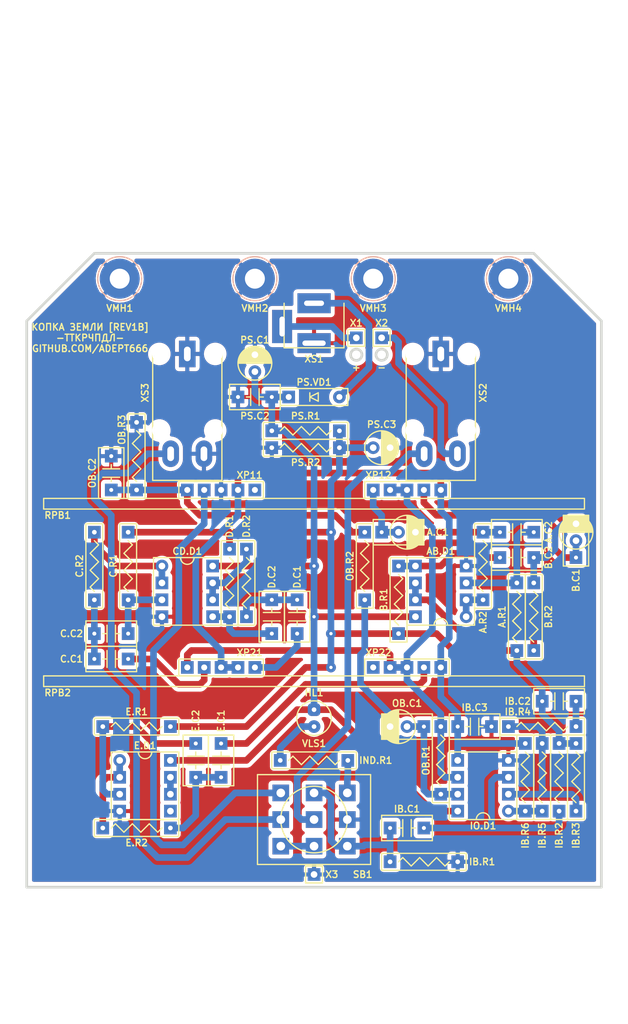
<source format=kicad_pcb>
(kicad_pcb (version 20171130) (host pcbnew 5.1.12-84ad8e8a86~92~ubuntu20.04.1)
  (title_block (title ТКП-1.24.B-2) (date 2023-07-08) (rev 1B) (company "Копка Земли [REV1B] Standard-Tuned") (comment 1 http://github.com/Adept666) (comment 2 "Igor Ivanov (Игорь Иванов)") (comment 3 -ТТКРЧПДЛ-) (comment 4 "This project is licensed under GNU General Public License v3.0 or later"))
  (layers (0 F.Cu jumper) (31 B.Cu signal) (37 F.SilkS user) (38 B.Mask user) (39 F.Mask user) (44 Edge.Cuts user))
  (net 0 "")
  (net 1 COM)
  (net 2 "Net-(HL1-PadC)")
  (net 3 /LED)
  (net 4 /PP3-POS)
  (net 5 /PP3-NEG)
  (net 6 VREF)
  (net 7 "Net-(A.C2-Pad2)")
  (net 8 "Net-(IB.C1-Pad2)")
  (net 9 "Net-(IB.C2-Pad2)")
  (net 10 /CUT-RAIL)
  (net 11 "Net-(IB.R3-Pad2)")
  (net 12 "Net-(IB.R5-Pad2)")
  (net 13 /BOOST-RAIL)
  (net 14 "Net-(IO.D1-Pad7)")
  (net 15 "Net-(OB.C2-Pad1)")
  (net 16 "Net-(C.C1-Pad1)")
  (net 17 "Net-(C.C1-Pad2)")
  (net 18 "Net-(C.C2-Pad2)")
  (net 19 "Net-(D.C1-Pad1)")
  (net 20 "Net-(D.C1-Pad2)")
  (net 21 "Net-(E.C1-Pad1)")
  (net 22 "Net-(E.C1-Pad2)")
  (net 23 "Net-(E.C2-Pad2)")
  (net 24 "Net-(E.D1-Pad6)")
  (net 25 "Net-(A.R2-Pad2)")
  (net 26 "Net-(AB.D1-Pad5)")
  (net 27 "Net-(AB.D1-Pad6)")
  (net 28 "Net-(C.R2-Pad2)")
  (net 29 "Net-(CD.D1-Pad5)")
  (net 30 "Net-(CD.D1-Pad6)")
  (net 31 "Net-(E.D1-Pad1)")
  (net 32 "Net-(E.D1-Pad5)")
  (net 33 V)
  (net 34 "Net-(PS.VD1-PadA)")
  (net 35 /IN-CIR)
  (net 36 /IN-CON)
  (net 37 "Net-(SB1-PadNC1)")
  (net 38 /OUT-CIR)
  (net 39 /OUT-CON)
  (net 40 "Net-(A.C1-Pad+)")
  (net 41 "Net-(A.C1-Pad-)")
  (net 42 "Net-(B.C1-Pad+)")
  (net 43 "Net-(B.C1-Pad-)")
  (net 44 "Net-(OB.C1-Pad-)")
  (module KCL-TH-ML:CON-PAD-S-1.0-1.9 (layer F.Cu) (at 105.41 186.055)
    (fp_text reference X3 (at 1.5875 0) (layer F.SilkS) (effects (font (thickness 0.2)) (justify left)))
    (fp_text value COM)
    (pad 1 thru_hole rect (at 0 0) (size 1.9 1.9) (drill 1) (layers *.Cu *.Mask) (net 1 COM))
  )
  (module KCL-TH-ML:CON-PAD-S-1.0-1.9 (layer F.Cu) (at 115.57 105.41)
    (fp_text reference X2 (at 0 -2.2225) (layer F.SilkS) (effects (font (thickness 0.2))))
    (fp_text value -)
    (pad 1 thru_hole rect (at 0 0) (size 1.9 1.9) (drill 1) (layers *.Cu *.Mask) (net 5 /PP3-NEG))
  )
  (module KCL-TH-ML:CON-PAD-S-1.0-1.9 (layer F.Cu) (at 111.76 105.41)
    (fp_text reference X1 (at 0 -2.2225) (layer F.SilkS) (effects (font (thickness 0.2))))
    (fp_text value +)
    (pad 1 thru_hole rect (at 0 0) (size 1.9 1.9) (drill 1) (layers *.Cu *.Mask) (net 4 /PP3-POS))
  )
  (module KCL-TH-ML:VMH-STA-DA5-PNL-3.0 (layer F.Cu) (at 134.62 96.52)
    (fp_text reference VMH4 (at 0 4.445) (layer F.SilkS) (effects (font (thickness 0.2))))
    (fp_text value DI5M3x18)
    (pad 0 thru_hole circle (at 0 0) (size 6 6) (drill 3) (layers *.Cu *.Mask) (net 1 COM))
  )
  (module KCL-TH-ML:VMH-STA-DA5-PNL-3.0 (layer F.Cu) (at 114.3 96.52)
    (fp_text reference VMH3 (at 0 4.445) (layer F.SilkS) (effects (font (thickness 0.2))))
    (fp_text value DI5M3x18)
    (pad 0 thru_hole circle (at 0 0) (size 6 6) (drill 3) (layers *.Cu *.Mask) (net 1 COM))
  )
  (module KCL-TH-ML:VMH-STA-DA5-PNL-3.0 (layer F.Cu) (at 96.52 96.52)
    (fp_text reference VMH2 (at 0 4.445) (layer F.SilkS) (effects (font (thickness 0.2))))
    (fp_text value DI5M3x18)
    (pad 0 thru_hole circle (at 0 0) (size 6 6) (drill 3) (layers *.Cu *.Mask) (net 1 COM))
  )
  (module KCL-TH-ML:VMH-STA-DA5-PNL-3.0 (layer F.Cu) (at 76.2 96.52)
    (fp_text reference VMH1 (at 0 4.445) (layer F.SilkS) (effects (font (thickness 0.2))))
    (fp_text value DI5M3x18)
    (pad 0 thru_hole circle (at 0 0) (size 6 6) (drill 3) (layers *.Cu *.Mask) (net 1 COM))
  )
  (module KCL-VIRTUAL:VLS-BR (layer F.Cu) (at 105.41 162.56)
    (fp_text reference VLS1 (at 0 3.81) (layer F.SilkS) (effects (font (thickness 0.2))))
    (fp_text value BR-12.7)
  )
  (module KCL-TH-ML:LED-ROUND-05.0-UNI-SH-SPACER-PNL-5.3 (layer F.Cu) (at 105.41 162.56 90)
    (fp_text reference HL1 (at 3.81 0 180) (layer F.SilkS) (effects (font (thickness 0.2))))
    (fp_text value FYL-5013UWC)
    (pad C thru_hole circle (at -1.27 0 90) (size 1.9 1.9) (drill 0.7) (layers *.Cu *.Mask) (net 2 "Net-(HL1-PadC)"))
    (pad A thru_hole roundrect (at 1.27 0 90) (size 1.9 1.9) (drill 0.7) (layers *.Cu *.Mask) (roundrect_rratio 0.3) (net 33 V))
  )
  (module KCL-VIRTUAL:B-PP3-HV (layer F.Cu) (at 105.41 196.85)
    (fp_text reference GB1 hide)
    (fp_text value PP3 hide)
  )
  (module SBKCL-TH-ML:RPB-1590BB-18-3x17-1.6-PNL-7.4-2.8 (layer F.Cu) (at 105.41 143.71)
    (fp_text reference RPB2 (at -40.64 15.04) (layer F.SilkS) (effects (font (thickness 0.2)) (justify left)))
    (fp_text value B50K-B50K-B50K)
    (fp_text user XP21 (at -7.62 9.0075) (layer F.SilkS) (effects (font (thickness 0.2)) (justify right)))
    (fp_text user XP22 (at 7.62 9.0075) (layer F.SilkS) (effects (font (thickness 0.2)) (justify left)))
    (pad 22 thru_hole rect (at 8.89 11.23) (size 1.9 1.9) (drill 0.9) (layers *.Cu *.Mask) (net 19 "Net-(D.C1-Pad1)"))
    (pad 23 thru_hole rect (at 11.43 11.23) (size 1.9 1.9) (drill 0.9) (layers *.Cu *.Mask) (net 13 /BOOST-RAIL))
    (pad 33 thru_hole rect (at 13.97 11.23) (size 1.9 1.9) (drill 0.9) (layers *.Cu *.Mask) (net 13 /BOOST-RAIL))
    (pad 32 thru_hole rect (at 16.51 11.23) (size 1.9 1.9) (drill 0.9) (layers *.Cu *.Mask) (net 21 "Net-(E.C1-Pad1)"))
    (pad 31 thru_hole rect (at 19.05 11.23) (size 1.9 1.9) (drill 0.9) (layers *.Cu *.Mask) (net 10 /CUT-RAIL))
    (pad 22 thru_hole rect (at -8.89 11.23) (size 1.9 1.9) (drill 0.9) (layers *.Cu *.Mask) (net 19 "Net-(D.C1-Pad1)"))
    (pad 12 thru_hole rect (at -16.51 11.23) (size 1.9 1.9) (drill 0.9) (layers *.Cu *.Mask) (net 16 "Net-(C.C1-Pad1)"))
    (pad 11 thru_hole rect (at -13.97 11.23) (size 1.9 1.9) (drill 0.9) (layers *.Cu *.Mask) (net 10 /CUT-RAIL))
    (pad 13 thru_hole rect (at -19.05 11.23) (size 1.9 1.9) (drill 0.9) (layers *.Cu *.Mask) (net 13 /BOOST-RAIL))
    (pad 21 thru_hole rect (at -11.43 11.23) (size 1.9 1.9) (drill 0.9) (layers *.Cu *.Mask) (net 10 /CUT-RAIL))
  )
  (module SBKCL-TH-ML:RPB-1590BB-18-3x17-1.6-PNL-7.4-2.8 (layer F.Cu) (at 105.41 117.04)
    (fp_text reference RPB1 (at -40.64 15.04) (layer F.SilkS) (effects (font (thickness 0.2)) (justify left)))
    (fp_text value B50K-B50K-B50K)
    (fp_text user XP11 (at -7.62 9.0075) (layer F.SilkS) (effects (font (thickness 0.2)) (justify right)))
    (fp_text user XP12 (at 7.62 9.0075) (layer F.SilkS) (effects (font (thickness 0.2)) (justify left)))
    (pad 22 thru_hole rect (at 8.89 11.23) (size 1.9 1.9) (drill 0.9) (layers *.Cu *.Mask) (net 40 "Net-(A.C1-Pad+)"))
    (pad 23 thru_hole rect (at 11.43 11.23) (size 1.9 1.9) (drill 0.9) (layers *.Cu *.Mask) (net 13 /BOOST-RAIL))
    (pad 33 thru_hole rect (at 13.97 11.23) (size 1.9 1.9) (drill 0.9) (layers *.Cu *.Mask) (net 13 /BOOST-RAIL))
    (pad 32 thru_hole rect (at 16.51 11.23) (size 1.9 1.9) (drill 0.9) (layers *.Cu *.Mask) (net 42 "Net-(B.C1-Pad+)"))
    (pad 31 thru_hole rect (at 19.05 11.23) (size 1.9 1.9) (drill 0.9) (layers *.Cu *.Mask) (net 10 /CUT-RAIL))
    (pad 22 thru_hole rect (at -8.89 11.23) (size 1.9 1.9) (drill 0.9) (layers *.Cu *.Mask) (net 40 "Net-(A.C1-Pad+)"))
    (pad 12 thru_hole rect (at -16.51 11.23) (size 1.9 1.9) (drill 0.9) (layers *.Cu *.Mask) (net 38 /OUT-CIR))
    (pad 11 thru_hole rect (at -13.97 11.23) (size 1.9 1.9) (drill 0.9) (layers *.Cu *.Mask) (net 1 COM))
    (pad 13 thru_hole rect (at -19.05 11.23) (size 1.9 1.9) (drill 0.9) (layers *.Cu *.Mask) (net 15 "Net-(OB.C2-Pad1)"))
    (pad 21 thru_hole rect (at -11.43 11.23) (size 1.9 1.9) (drill 0.9) (layers *.Cu *.Mask) (net 10 /CUT-RAIL))
  )
  (module SBKCL-TH-ML:CON-ST-008X-04 (layer F.Cu) (at 124.46 100.33 180)
    (fp_text reference XS2 (at -6.35 -13.335 270) (layer F.SilkS) (effects (font (thickness 0.2))))
    (fp_text value PJ-309)
    (pad "" np_thru_hole circle (at 4.2 -7.5 180) (size 2.2 2.2) (drill 2.2) (layers *.Cu *.Mask))
    (pad "" np_thru_hole circle (at -4.2 -7.5 180) (size 2.2 2.2) (drill 2.2) (layers *.Cu *.Mask))
    (pad "" np_thru_hole circle (at 4.2 -19 180) (size 2.2 2.2) (drill 2.2) (layers *.Cu *.Mask))
    (pad R thru_hole oval (at -2.5 -22.5 180) (size 2.5 4) (drill oval 1 2.2) (layers *.Cu *.Mask) (net 5 /PP3-NEG))
    (pad T thru_hole oval (at 2.5 -22.5 180) (size 2.5 4) (drill oval 1 2.2) (layers *.Cu *.Mask) (net 36 /IN-CON))
    (pad S thru_hole rect (at 0 -7.5 180) (size 2.5 4) (drill oval 1 2.2) (layers *.Cu *.Mask) (net 1 COM))
    (pad "" np_thru_hole circle (at -4.2 -19 180) (size 2.2 2.2) (drill 2.2) (layers *.Cu *.Mask))
  )
  (module SBKCL-TH-ML:CON-ST-008X-04 (layer F.Cu) (at 86.36 100.33 180)
    (fp_text reference XS3 (at 6.35 -13.335 270) (layer F.SilkS) (effects (font (thickness 0.2))))
    (fp_text value PJ-309)
    (pad "" np_thru_hole circle (at 4.2 -7.5 180) (size 2.2 2.2) (drill 2.2) (layers *.Cu *.Mask))
    (pad "" np_thru_hole circle (at -4.2 -7.5 180) (size 2.2 2.2) (drill 2.2) (layers *.Cu *.Mask))
    (pad "" np_thru_hole circle (at 4.2 -19 180) (size 2.2 2.2) (drill 2.2) (layers *.Cu *.Mask))
    (pad R thru_hole oval (at -2.5 -22.5 180) (size 2.5 4) (drill oval 1 2.2) (layers *.Cu *.Mask) (net 1 COM))
    (pad T thru_hole oval (at 2.5 -22.5 180) (size 2.5 4) (drill oval 1 2.2) (layers *.Cu *.Mask) (net 39 /OUT-CON))
    (pad S thru_hole rect (at 0 -7.5 180) (size 2.5 4) (drill oval 1 2.2) (layers *.Cu *.Mask) (net 1 COM))
    (pad "" np_thru_hole circle (at -4.2 -19 180) (size 2.2 2.2) (drill 2.2) (layers *.Cu *.Mask))
  )
  (module KCL-TH-ML:SW-PBS-24-302SP-2.5-PNL-13.0 (layer F.Cu) (at 105.41 177.8)
    (fp_text reference SB1 (at 8.89 8.255) (layer F.SilkS) (effects (font (thickness 0.2)) (justify right)))
    (fp_text value PBS-24-302SP)
    (pad COM3 thru_hole rect (at 5 0) (size 2.5 2.5) (drill 1.3) (layers *.Cu *.Mask) (net 1 COM))
    (pad NC3 thru_hole rect (at 5 4) (size 2.5 2.5) (drill 1.3) (layers *.Cu *.Mask) (net 35 /IN-CIR))
    (pad NO3 thru_hole rect (at 5 -4) (size 2.5 2.5) (drill 1.3) (layers *.Cu *.Mask) (net 3 /LED))
    (pad COM2 thru_hole rect (at 0 0) (size 2.5 2.5) (drill 1.3) (layers *.Cu *.Mask) (net 36 /IN-CON))
    (pad NC2 thru_hole rect (at 0 4) (size 2.5 2.5) (drill 1.3) (layers *.Cu *.Mask) (net 37 "Net-(SB1-PadNC1)"))
    (pad NO2 thru_hole rect (at 0 -4) (size 2.5 2.5) (drill 1.3) (layers *.Cu *.Mask) (net 35 /IN-CIR))
    (pad NO1 thru_hole rect (at -5 -4) (size 2.5 2.5) (drill 1.3) (layers *.Cu *.Mask) (net 38 /OUT-CIR))
    (pad COM1 thru_hole rect (at -5 0) (size 2.5 2.5) (drill 1.3) (layers *.Cu *.Mask) (net 39 /OUT-CON))
    (pad NC1 thru_hole rect (at -5 4) (size 2.5 2.5) (drill 1.3) (layers *.Cu *.Mask) (net 37 "Net-(SB1-PadNC1)"))
  )
  (module SBKCL-TH-ML:C-DISK-D04.2-T03.0-P05.08-d0.5-OR-CP-RADIAL-D05.0-P02.0-CLS (layer F.Cu) (at 119.38 163.83 180)
    (fp_text reference OB.C1 (at 0 3.4925) (layer F.SilkS) (effects (font (thickness 0.2))))
    (fp_text value 105)
    (pad - thru_hole rect (at 2.54 0 180) (size 1.9 1.9) (drill 1) (layers *.Cu *.Mask) (net 44 "Net-(OB.C1-Pad-)"))
    (pad + thru_hole circle (at 0 0 180) (size 1.9 1.9) (drill 1) (layers *.Cu *.Mask) (net 14 "Net-(IO.D1-Pad7)"))
    (pad + thru_hole rect (at -2.54 0 180) (size 1.9 1.9) (drill 0.6) (layers *.Cu *.Mask) (net 14 "Net-(IO.D1-Pad7)"))
  )
  (module SBKCL-TH-ML:C-DISK-D04.2-T03.0-P05.08-d0.5-OR-CP-RADIAL-D05.0-P02.0-CLS (layer F.Cu) (at 144.78 135.89 90)
    (fp_text reference B.C1 (at -4.1275 0 90) (layer F.SilkS) (effects (font (thickness 0.2)) (justify right)))
    (fp_text value 105)
    (pad - thru_hole rect (at 2.54 0 90) (size 1.9 1.9) (drill 1) (layers *.Cu *.Mask) (net 43 "Net-(B.C1-Pad-)"))
    (pad + thru_hole circle (at 0 0 90) (size 1.9 1.9) (drill 1) (layers *.Cu *.Mask) (net 42 "Net-(B.C1-Pad+)"))
    (pad + thru_hole rect (at -2.54 0 90) (size 1.9 1.9) (drill 0.6) (layers *.Cu *.Mask) (net 42 "Net-(B.C1-Pad+)"))
  )
  (module SBKCL-TH-ML:C-DISK-D04.2-T03.0-P05.08-d0.5-OR-CP-RADIAL-D05.0-P02.0-CLS (layer F.Cu) (at 118.11 134.62)
    (fp_text reference A.C1 (at 4.1275 0) (layer F.SilkS) (effects (font (thickness 0.2)) (justify left)))
    (fp_text value 105)
    (pad + thru_hole rect (at -2.54 0) (size 1.9 1.9) (drill 0.6) (layers *.Cu *.Mask) (net 40 "Net-(A.C1-Pad+)"))
    (pad + thru_hole circle (at 0 0) (size 1.9 1.9) (drill 1) (layers *.Cu *.Mask) (net 40 "Net-(A.C1-Pad+)"))
    (pad - thru_hole rect (at 2.54 0) (size 1.9 1.9) (drill 1) (layers *.Cu *.Mask) (net 41 "Net-(A.C1-Pad-)"))
  )
  (module KCL-TH-ML:CP-RADIAL-D05.0-P02.0-CLS (layer F.Cu) (at 115.57 121.92)
    (fp_text reference PS.C3 (at 0 -3.4925) (layer F.SilkS) (effects (font (thickness 0.2))))
    (fp_text value 476)
    (pad - thru_hole roundrect (at 1.27 0) (size 1.9 1.9) (drill 1) (layers *.Cu *.Mask) (roundrect_rratio 0.3) (net 1 COM))
    (pad + thru_hole circle (at -1.27 0) (size 1.9 1.9) (drill 1) (layers *.Cu *.Mask) (net 6 VREF))
  )
  (module KCL-TH-ML:CP-RADIAL-D05.0-P02.0-CLS (layer F.Cu) (at 96.52 109.22 90)
    (fp_text reference PS.C1 (at 3.4925 0 180) (layer F.SilkS) (effects (font (thickness 0.2))))
    (fp_text value 107)
    (pad + thru_hole circle (at -1.27 0 90) (size 1.9 1.9) (drill 1) (layers *.Cu *.Mask) (net 33 V))
    (pad - thru_hole roundrect (at 1.27 0 90) (size 1.9 1.9) (drill 1) (layers *.Cu *.Mask) (roundrect_rratio 0.3) (net 1 COM))
  )
  (module KCL-TH-ML:C-DISK-D04.2-T03.0-P05.08-d0.5 (layer F.Cu) (at 96.52 114.3 180)
    (fp_text reference PS.C2 (at 0 -2.8575) (layer F.SilkS) (effects (font (thickness 0.2))))
    (fp_text value 104)
    (pad 1 thru_hole rect (at -2.54 0 180) (size 1.9 1.9) (drill 0.6) (layers *.Cu *.Mask) (net 33 V))
    (pad 2 thru_hole rect (at 2.54 0 180) (size 1.9 1.9) (drill 0.6) (layers *.Cu *.Mask) (net 1 COM))
  )
  (module KCL-TH-ML:C-DISK-D04.2-T03.0-P05.08-d0.5 (layer F.Cu) (at 74.93 125.73 90)
    (fp_text reference OB.C2 (at 0 -2.8575 90) (layer F.SilkS) (effects (font (thickness 0.2))))
    (fp_text value 103)
    (pad 1 thru_hole rect (at -2.54 0 90) (size 1.9 1.9) (drill 0.6) (layers *.Cu *.Mask) (net 15 "Net-(OB.C2-Pad1)"))
    (pad 2 thru_hole rect (at 2.54 0 90) (size 1.9 1.9) (drill 0.6) (layers *.Cu *.Mask) (net 1 COM))
  )
  (module KCL-TH-ML:C-DISK-D04.2-T03.0-P05.08-d0.5 (layer F.Cu) (at 129.54 163.83)
    (fp_text reference IB.C3 (at 0 -2.8575) (layer F.SilkS) (effects (font (thickness 0.2))))
    (fp_text value 151)
    (pad 1 thru_hole rect (at -2.54 0) (size 1.9 1.9) (drill 0.6) (layers *.Cu *.Mask) (net 10 /CUT-RAIL))
    (pad 2 thru_hole rect (at 2.54 0) (size 1.9 1.9) (drill 0.6) (layers *.Cu *.Mask) (net 1 COM))
  )
  (module KCL-TH-ML:C-DISK-D04.2-T03.0-P05.08-d0.5 (layer F.Cu) (at 142.24 160.02)
    (fp_text reference IB.C2 (at -4.1275 0) (layer F.SilkS) (effects (font (thickness 0.2)) (justify right)))
    (fp_text value 103)
    (pad 1 thru_hole rect (at -2.54 0) (size 1.9 1.9) (drill 0.6) (layers *.Cu *.Mask) (net 6 VREF))
    (pad 2 thru_hole rect (at 2.54 0) (size 1.9 1.9) (drill 0.6) (layers *.Cu *.Mask) (net 9 "Net-(IB.C2-Pad2)"))
  )
  (module KCL-TH-ML:C-DISK-D04.2-T03.0-P05.08-d0.5 (layer F.Cu) (at 119.38 179.07)
    (fp_text reference IB.C1 (at 0 -2.8575) (layer F.SilkS) (effects (font (thickness 0.2))))
    (fp_text value 103)
    (pad 1 thru_hole rect (at -2.54 0) (size 1.9 1.9) (drill 0.6) (layers *.Cu *.Mask) (net 35 /IN-CIR))
    (pad 2 thru_hole rect (at 2.54 0) (size 1.9 1.9) (drill 0.6) (layers *.Cu *.Mask) (net 8 "Net-(IB.C1-Pad2)"))
  )
  (module KCL-TH-ML:C-DISK-D04.2-T03.0-P05.08-d0.5 (layer F.Cu) (at 87.63 168.91 90)
    (fp_text reference E.C2 (at 4.1275 0 90) (layer F.SilkS) (effects (font (thickness 0.2)) (justify left)))
    (fp_text value 681)
    (pad 1 thru_hole rect (at -2.54 0 90) (size 1.9 1.9) (drill 0.6) (layers *.Cu *.Mask) (net 22 "Net-(E.C1-Pad2)"))
    (pad 2 thru_hole rect (at 2.54 0 90) (size 1.9 1.9) (drill 0.6) (layers *.Cu *.Mask) (net 23 "Net-(E.C2-Pad2)"))
  )
  (module KCL-TH-ML:C-DISK-D04.2-T03.0-P05.08-d0.5 (layer F.Cu) (at 91.44 168.91 270)
    (fp_text reference E.C1 (at -4.1275 0 90) (layer F.SilkS) (effects (font (thickness 0.2)) (justify left)))
    (fp_text value 223)
    (pad 1 thru_hole rect (at -2.54 0 270) (size 1.9 1.9) (drill 0.6) (layers *.Cu *.Mask) (net 21 "Net-(E.C1-Pad1)"))
    (pad 2 thru_hole rect (at 2.54 0 270) (size 1.9 1.9) (drill 0.6) (layers *.Cu *.Mask) (net 22 "Net-(E.C1-Pad2)"))
  )
  (module KCL-TH-ML:C-DISK-D04.2-T03.0-P05.08-d0.5 (layer F.Cu) (at 99.06 147.32 270)
    (fp_text reference D.C2 (at -4.1275 0 90) (layer F.SilkS) (effects (font (thickness 0.2)) (justify left)))
    (fp_text value 332)
    (pad 1 thru_hole rect (at -2.54 0 270) (size 1.9 1.9) (drill 0.6) (layers *.Cu *.Mask) (net 20 "Net-(D.C1-Pad2)"))
    (pad 2 thru_hole rect (at 2.54 0 270) (size 1.9 1.9) (drill 0.6) (layers *.Cu *.Mask) (net 29 "Net-(CD.D1-Pad5)"))
  )
  (module KCL-TH-ML:C-DISK-D04.2-T03.0-P05.08-d0.5 (layer F.Cu) (at 102.87 147.32 90)
    (fp_text reference D.C1 (at 4.1275 0 90) (layer F.SilkS) (effects (font (thickness 0.2)) (justify left)))
    (fp_text value 333)
    (pad 2 thru_hole rect (at 2.54 0 90) (size 1.9 1.9) (drill 0.6) (layers *.Cu *.Mask) (net 20 "Net-(D.C1-Pad2)"))
    (pad 1 thru_hole rect (at -2.54 0 90) (size 1.9 1.9) (drill 0.6) (layers *.Cu *.Mask) (net 19 "Net-(D.C1-Pad1)"))
  )
  (module KCL-TH-ML:C-DISK-D04.2-T03.0-P05.08-d0.5 (layer F.Cu) (at 74.93 149.86)
    (fp_text reference C.C2 (at -4.1275 0) (layer F.SilkS) (effects (font (thickness 0.2)) (justify right)))
    (fp_text value 472)
    (pad 2 thru_hole rect (at 2.54 0) (size 1.9 1.9) (drill 0.6) (layers *.Cu *.Mask) (net 18 "Net-(C.C2-Pad2)"))
    (pad 1 thru_hole rect (at -2.54 0) (size 1.9 1.9) (drill 0.6) (layers *.Cu *.Mask) (net 17 "Net-(C.C1-Pad2)"))
  )
  (module KCL-TH-ML:C-DISK-D04.2-T03.0-P05.08-d0.5 (layer F.Cu) (at 74.93 153.67 180)
    (fp_text reference C.C1 (at 4.1275 0) (layer F.SilkS) (effects (font (thickness 0.2)) (justify right)))
    (fp_text value 224)
    (pad 2 thru_hole rect (at 2.54 0 180) (size 1.9 1.9) (drill 0.6) (layers *.Cu *.Mask) (net 17 "Net-(C.C1-Pad2)"))
    (pad 1 thru_hole rect (at -2.54 0 180) (size 1.9 1.9) (drill 0.6) (layers *.Cu *.Mask) (net 16 "Net-(C.C1-Pad1)"))
  )
  (module KCL-TH-ML:C-DISK-D04.2-T03.0-P05.08-d0.5 (layer F.Cu) (at 135.89 138.43 180)
    (fp_text reference B.C2 (at -4.7625 0 270) (layer F.SilkS) (effects (font (thickness 0.2))))
    (fp_text value 682)
    (pad 1 thru_hole rect (at -2.54 0 180) (size 1.9 1.9) (drill 0.6) (layers *.Cu *.Mask) (net 43 "Net-(B.C1-Pad-)"))
    (pad 2 thru_hole rect (at 2.54 0 180) (size 1.9 1.9) (drill 0.6) (layers *.Cu *.Mask) (net 26 "Net-(AB.D1-Pad5)"))
  )
  (module KCL-TH-ML:C-DISK-D04.2-T03.0-P05.08-d0.5 (layer F.Cu) (at 135.89 134.62)
    (fp_text reference A.C2 (at 4.7625 0 90) (layer F.SilkS) (effects (font (thickness 0.2))))
    (fp_text value 473)
    (pad 2 thru_hole rect (at 2.54 0) (size 1.9 1.9) (drill 0.6) (layers *.Cu *.Mask) (net 7 "Net-(A.C2-Pad2)"))
    (pad 1 thru_hole rect (at -2.54 0) (size 1.9 1.9) (drill 0.6) (layers *.Cu *.Mask) (net 41 "Net-(A.C1-Pad-)"))
  )
  (module KCL-TH-ML:R-MFR-25 (layer F.Cu) (at 105.41 168.91 180)
    (fp_text reference IND.R1 (at -6.6675 0) (layer F.SilkS) (effects (font (thickness 0.2)) (justify left)))
    (fp_text value 103)
    (pad 1 thru_hole rect (at -5.08 0 180) (size 1.9 1.9) (drill 0.7) (layers *.Cu *.Mask) (net 3 /LED))
    (pad 2 thru_hole rect (at 5.08 0 180) (size 1.9 1.9) (drill 0.7) (layers *.Cu *.Mask) (net 2 "Net-(HL1-PadC)"))
  )
  (module KCL-TH-ML:R-MFR-25 (layer F.Cu) (at 104.14 121.92)
    (fp_text reference PS.R2 (at 0 2.2225) (layer F.SilkS) (effects (font (thickness 0.2))))
    (fp_text value 473)
    (pad 1 thru_hole rect (at -5.08 0) (size 1.9 1.9) (drill 0.7) (layers *.Cu *.Mask) (net 1 COM))
    (pad 2 thru_hole rect (at 5.08 0) (size 1.9 1.9) (drill 0.7) (layers *.Cu *.Mask) (net 6 VREF))
  )
  (module KCL-TH-ML:R-MFR-25 (layer F.Cu) (at 104.14 119.38 180)
    (fp_text reference PS.R1 (at 0 2.2225) (layer F.SilkS) (effects (font (thickness 0.2))))
    (fp_text value 473)
    (pad 1 thru_hole rect (at -5.08 0 180) (size 1.9 1.9) (drill 0.7) (layers *.Cu *.Mask) (net 6 VREF))
    (pad 2 thru_hole rect (at 5.08 0 180) (size 1.9 1.9) (drill 0.7) (layers *.Cu *.Mask) (net 33 V))
  )
  (module KCL-TH-ML:R-MFR-25 (layer F.Cu) (at 78.74 123.19 270)
    (fp_text reference OB.R3 (at -6.35 2.2225 90) (layer F.SilkS) (effects (font (thickness 0.2)) (justify right)))
    (fp_text value 103)
    (pad 1 thru_hole rect (at -5.08 0 270) (size 1.9 1.9) (drill 0.7) (layers *.Cu *.Mask) (net 1 COM))
    (pad 2 thru_hole rect (at 5.08 0 270) (size 1.9 1.9) (drill 0.7) (layers *.Cu *.Mask) (net 15 "Net-(OB.C2-Pad1)"))
  )
  (module KCL-TH-ML:R-MFR-25 (layer F.Cu) (at 113.03 139.7 90)
    (fp_text reference OB.R2 (at 0 -2.2225 90) (layer F.SilkS) (effects (font (thickness 0.2))))
    (fp_text value 103)
    (pad 2 thru_hole rect (at 5.08 0 90) (size 1.9 1.9) (drill 0.7) (layers *.Cu *.Mask) (net 15 "Net-(OB.C2-Pad1)"))
    (pad 1 thru_hole rect (at -5.08 0 90) (size 1.9 1.9) (drill 0.7) (layers *.Cu *.Mask) (net 44 "Net-(OB.C1-Pad-)"))
  )
  (module KCL-TH-ML:R-MFR-25 (layer F.Cu) (at 124.46 168.91 270)
    (fp_text reference OB.R1 (at 0 2.2225 90) (layer F.SilkS) (effects (font (thickness 0.2))))
    (fp_text value 103)
    (pad 2 thru_hole rect (at 5.08 0 270) (size 1.9 1.9) (drill 0.7) (layers *.Cu *.Mask) (net 14 "Net-(IO.D1-Pad7)"))
    (pad 1 thru_hole rect (at -5.08 0 270) (size 1.9 1.9) (drill 0.7) (layers *.Cu *.Mask) (net 13 /BOOST-RAIL))
  )
  (module KCL-TH-ML:R-MFR-25 (layer F.Cu) (at 137.16 171.45 90)
    (fp_text reference IB.R6 (at -6.6675 0 90) (layer F.SilkS) (effects (font (thickness 0.2)) (justify right)))
    (fp_text value 103)
    (pad 1 thru_hole rect (at -5.08 0 90) (size 1.9 1.9) (drill 0.7) (layers *.Cu *.Mask) (net 12 "Net-(IB.R5-Pad2)"))
    (pad 2 thru_hole rect (at 5.08 0 90) (size 1.9 1.9) (drill 0.7) (layers *.Cu *.Mask) (net 10 /CUT-RAIL))
  )
  (module KCL-TH-ML:R-MFR-25 (layer F.Cu) (at 139.7 171.45 270)
    (fp_text reference IB.R5 (at 6.6675 0 90) (layer F.SilkS) (effects (font (thickness 0.2)) (justify right)))
    (fp_text value 103)
    (pad 1 thru_hole rect (at -5.08 0 270) (size 1.9 1.9) (drill 0.7) (layers *.Cu *.Mask) (net 11 "Net-(IB.R3-Pad2)"))
    (pad 2 thru_hole rect (at 5.08 0 270) (size 1.9 1.9) (drill 0.7) (layers *.Cu *.Mask) (net 12 "Net-(IB.R5-Pad2)"))
  )
  (module KCL-TH-ML:R-MFR-25 (layer F.Cu) (at 139.7 163.83 180)
    (fp_text reference IB.R4 (at 1.5875 2.2225) (layer F.SilkS) (effects (font (thickness 0.2)) (justify right)))
    (fp_text value 102)
    (pad 1 thru_hole rect (at -5.08 0 180) (size 1.9 1.9) (drill 0.7) (layers *.Cu *.Mask) (net 9 "Net-(IB.C2-Pad2)"))
    (pad 2 thru_hole rect (at 5.08 0 180) (size 1.9 1.9) (drill 0.7) (layers *.Cu *.Mask) (net 11 "Net-(IB.R3-Pad2)"))
  )
  (module KCL-TH-ML:R-MFR-25 (layer F.Cu) (at 144.78 171.45 270)
    (fp_text reference IB.R3 (at 6.6675 0 90) (layer F.SilkS) (effects (font (thickness 0.2)) (justify right)))
    (fp_text value 103)
    (pad 1 thru_hole rect (at -5.08 0 270) (size 1.9 1.9) (drill 0.7) (layers *.Cu *.Mask) (net 6 VREF))
    (pad 2 thru_hole rect (at 5.08 0 270) (size 1.9 1.9) (drill 0.7) (layers *.Cu *.Mask) (net 11 "Net-(IB.R3-Pad2)"))
  )
  (module KCL-TH-ML:R-MFR-25 (layer F.Cu) (at 142.24 171.45 270)
    (fp_text reference IB.R2 (at 6.6675 0 90) (layer F.SilkS) (effects (font (thickness 0.2)) (justify right)))
    (fp_text value 474)
    (pad 1 thru_hole rect (at -5.08 0 270) (size 1.9 1.9) (drill 0.7) (layers *.Cu *.Mask) (net 6 VREF))
    (pad 2 thru_hole rect (at 5.08 0 270) (size 1.9 1.9) (drill 0.7) (layers *.Cu *.Mask) (net 8 "Net-(IB.C1-Pad2)"))
  )
  (module KCL-TH-ML:R-MFR-25 (layer F.Cu) (at 121.92 184.15 180)
    (fp_text reference IB.R1 (at -6.6675 0) (layer F.SilkS) (effects (font (thickness 0.2)) (justify left)))
    (fp_text value 225)
    (pad 1 thru_hole rect (at -5.08 0 180) (size 1.9 1.9) (drill 0.7) (layers *.Cu *.Mask) (net 1 COM))
    (pad 2 thru_hole rect (at 5.08 0 180) (size 1.9 1.9) (drill 0.7) (layers *.Cu *.Mask) (net 35 /IN-CIR))
  )
  (module KCL-TH-ML:R-MFR-25 (layer F.Cu) (at 78.74 179.07 180)
    (fp_text reference E.R2 (at 0 -2.2225) (layer F.SilkS) (effects (font (thickness 0.2))))
    (fp_text value 511)
    (pad 2 thru_hole rect (at 5.08 0 180) (size 1.9 1.9) (drill 0.7) (layers *.Cu *.Mask) (net 31 "Net-(E.D1-Pad1)"))
    (pad 1 thru_hole rect (at -5.08 0 180) (size 1.9 1.9) (drill 0.7) (layers *.Cu *.Mask) (net 22 "Net-(E.C1-Pad2)"))
  )
  (module KCL-TH-ML:R-MFR-25 (layer F.Cu) (at 78.74 163.83 180)
    (fp_text reference E.R1 (at 0 2.2225) (layer F.SilkS) (effects (font (thickness 0.2))))
    (fp_text value 124)
    (pad 2 thru_hole rect (at 5.08 0 180) (size 1.9 1.9) (drill 0.7) (layers *.Cu *.Mask) (net 23 "Net-(E.C2-Pad2)"))
    (pad 1 thru_hole rect (at -5.08 0 180) (size 1.9 1.9) (drill 0.7) (layers *.Cu *.Mask) (net 6 VREF))
  )
  (module KCL-TH-ML:R-MFR-25 (layer F.Cu) (at 95.25 142.24 90)
    (fp_text reference D.R2 (at 6.6675 0 90) (layer F.SilkS) (effects (font (thickness 0.2)) (justify left)))
    (fp_text value 821)
    (pad 2 thru_hole rect (at 5.08 0 90) (size 1.9 1.9) (drill 0.7) (layers *.Cu *.Mask) (net 30 "Net-(CD.D1-Pad6)"))
    (pad 1 thru_hole rect (at -5.08 0 90) (size 1.9 1.9) (drill 0.7) (layers *.Cu *.Mask) (net 20 "Net-(D.C1-Pad2)"))
  )
  (module KCL-TH-ML:R-MFR-25 (layer F.Cu) (at 92.71 142.24 270)
    (fp_text reference D.R1 (at -6.6675 0 90) (layer F.SilkS) (effects (font (thickness 0.2)) (justify left)))
    (fp_text value 104)
    (pad 1 thru_hole rect (at -5.08 0 270) (size 1.9 1.9) (drill 0.7) (layers *.Cu *.Mask) (net 6 VREF))
    (pad 2 thru_hole rect (at 5.08 0 270) (size 1.9 1.9) (drill 0.7) (layers *.Cu *.Mask) (net 29 "Net-(CD.D1-Pad5)"))
  )
  (module KCL-TH-ML:R-MFR-25 (layer F.Cu) (at 72.39 139.7 90)
    (fp_text reference C.R2 (at 0 -2.2225 90) (layer F.SilkS) (effects (font (thickness 0.2))))
    (fp_text value 511)
    (pad 2 thru_hole rect (at 5.08 0 90) (size 1.9 1.9) (drill 0.7) (layers *.Cu *.Mask) (net 28 "Net-(C.R2-Pad2)"))
    (pad 1 thru_hole rect (at -5.08 0 90) (size 1.9 1.9) (drill 0.7) (layers *.Cu *.Mask) (net 17 "Net-(C.C1-Pad2)"))
  )
  (module KCL-TH-ML:R-MFR-25 (layer F.Cu) (at 77.47 139.7 270)
    (fp_text reference C.R1 (at 0 2.2225 90) (layer F.SilkS) (effects (font (thickness 0.2))))
    (fp_text value 124)
    (pad 2 thru_hole rect (at 5.08 0 270) (size 1.9 1.9) (drill 0.7) (layers *.Cu *.Mask) (net 18 "Net-(C.C2-Pad2)"))
    (pad 1 thru_hole rect (at -5.08 0 270) (size 1.9 1.9) (drill 0.7) (layers *.Cu *.Mask) (net 6 VREF))
  )
  (module KCL-TH-ML:R-MFR-25 (layer F.Cu) (at 138.43 147.32 270)
    (fp_text reference B.R2 (at 0 -2.2225 90) (layer F.SilkS) (effects (font (thickness 0.2))))
    (fp_text value 471)
    (pad 2 thru_hole rect (at 5.08 0 270) (size 1.9 1.9) (drill 0.7) (layers *.Cu *.Mask) (net 27 "Net-(AB.D1-Pad6)"))
    (pad 1 thru_hole rect (at -5.08 0 270) (size 1.9 1.9) (drill 0.7) (layers *.Cu *.Mask) (net 43 "Net-(B.C1-Pad-)"))
  )
  (module KCL-TH-ML:R-MFR-25 (layer F.Cu) (at 118.11 144.78 90)
    (fp_text reference B.R1 (at 0 -2.2225 90) (layer F.SilkS) (effects (font (thickness 0.2))))
    (fp_text value 124)
    (pad 2 thru_hole rect (at 5.08 0 90) (size 1.9 1.9) (drill 0.7) (layers *.Cu *.Mask) (net 26 "Net-(AB.D1-Pad5)"))
    (pad 1 thru_hole rect (at -5.08 0 90) (size 1.9 1.9) (drill 0.7) (layers *.Cu *.Mask) (net 6 VREF))
  )
  (module KCL-TH-ML:R-MFR-25 (layer F.Cu) (at 130.81 139.7 270)
    (fp_text reference A.R2 (at 6.6675 0 90) (layer F.SilkS) (effects (font (thickness 0.2)) (justify right)))
    (fp_text value 471)
    (pad 2 thru_hole rect (at 5.08 0 270) (size 1.9 1.9) (drill 0.7) (layers *.Cu *.Mask) (net 25 "Net-(A.R2-Pad2)"))
    (pad 1 thru_hole rect (at -5.08 0 270) (size 1.9 1.9) (drill 0.7) (layers *.Cu *.Mask) (net 41 "Net-(A.C1-Pad-)"))
  )
  (module KCL-TH-ML:R-MFR-25 (layer F.Cu) (at 135.89 147.32 90)
    (fp_text reference A.R1 (at 0 -2.2225 90) (layer F.SilkS) (effects (font (thickness 0.2))))
    (fp_text value 104)
    (pad 2 thru_hole rect (at 5.08 0 90) (size 1.9 1.9) (drill 0.7) (layers *.Cu *.Mask) (net 7 "Net-(A.C2-Pad2)"))
    (pad 1 thru_hole rect (at -5.08 0 90) (size 1.9 1.9) (drill 0.7) (layers *.Cu *.Mask) (net 6 VREF))
  )
  (module KCL-TH-ML:CON-DC-005 (layer F.Cu) (at 105.41 92.71 180)
    (fp_text reference XS1 (at 0 -15.875) (layer F.SilkS) (effects (font (thickness 0.2))))
    (fp_text value DC-005)
    (pad C thru_hole rect (at 0 -13.5 180) (size 5 3) (drill oval 3.5 0.8) (layers *.Cu *.Mask) (net 1 COM))
    (pad SN thru_hole rect (at 4.8 -11 180) (size 3 5) (drill oval 0.8 3) (layers *.Cu *.Mask) (net 4 /PP3-POS))
    (pad S thru_hole rect (at 0 -7.5 180) (size 5 3) (drill oval 3 0.8) (layers *.Cu *.Mask) (net 34 "Net-(PS.VD1-PadA)"))
  )
  (module KCL-TH-ML:P-DIP-08 (layer F.Cu) (at 130.81 172.72 180)
    (fp_text reference IO.D1 (at 0 -6.0325) (layer F.SilkS) (effects (font (thickness 0.2))))
    (fp_text value 4558)
    (pad 8 thru_hole rect (at 3.81 -3.81 180) (size 1.9 1.9) (drill 1) (layers *.Cu *.Mask) (net 33 V))
    (pad 7 thru_hole rect (at 3.81 -1.27 180) (size 1.9 1.9) (drill 1) (layers *.Cu *.Mask) (net 14 "Net-(IO.D1-Pad7)"))
    (pad 6 thru_hole rect (at 3.81 1.27 180) (size 1.9 1.9) (drill 1) (layers *.Cu *.Mask) (net 13 /BOOST-RAIL))
    (pad 5 thru_hole rect (at 3.81 3.81 180) (size 1.9 1.9) (drill 1) (layers *.Cu *.Mask) (net 10 /CUT-RAIL))
    (pad 4 thru_hole rect (at -3.81 3.81 180) (size 1.9 1.9) (drill 1) (layers *.Cu *.Mask) (net 1 COM))
    (pad 3 thru_hole rect (at -3.81 1.27 180) (size 1.9 1.9) (drill 1) (layers *.Cu *.Mask) (net 8 "Net-(IB.C1-Pad2)"))
    (pad 2 thru_hole rect (at -3.81 -1.27 180) (size 1.9 1.9) (drill 1) (layers *.Cu *.Mask) (net 11 "Net-(IB.R3-Pad2)"))
    (pad 1 thru_hole circle (at -3.81 -3.81 180) (size 1.9 1.9) (drill 1) (layers *.Cu *.Mask) (net 12 "Net-(IB.R5-Pad2)"))
  )
  (module KCL-TH-ML:P-DIP-08 (layer F.Cu) (at 80.01 172.72)
    (fp_text reference E.D1 (at 0 -6.0325) (layer F.SilkS) (effects (font (thickness 0.2))))
    (fp_text value 4558)
    (pad 8 thru_hole rect (at 3.81 -3.81) (size 1.9 1.9) (drill 1) (layers *.Cu *.Mask) (net 33 V))
    (pad 7 thru_hole rect (at 3.81 -1.27) (size 1.9 1.9) (drill 1) (layers *.Cu *.Mask) (net 24 "Net-(E.D1-Pad6)"))
    (pad 6 thru_hole rect (at 3.81 1.27) (size 1.9 1.9) (drill 1) (layers *.Cu *.Mask) (net 24 "Net-(E.D1-Pad6)"))
    (pad 5 thru_hole rect (at 3.81 3.81) (size 1.9 1.9) (drill 1) (layers *.Cu *.Mask) (net 32 "Net-(E.D1-Pad5)"))
    (pad 4 thru_hole rect (at -3.81 3.81) (size 1.9 1.9) (drill 1) (layers *.Cu *.Mask) (net 1 COM))
    (pad 3 thru_hole rect (at -3.81 1.27) (size 1.9 1.9) (drill 1) (layers *.Cu *.Mask) (net 23 "Net-(E.C2-Pad2)"))
    (pad 2 thru_hole rect (at -3.81 -1.27) (size 1.9 1.9) (drill 1) (layers *.Cu *.Mask) (net 31 "Net-(E.D1-Pad1)"))
    (pad 1 thru_hole circle (at -3.81 -3.81) (size 1.9 1.9) (drill 1) (layers *.Cu *.Mask) (net 31 "Net-(E.D1-Pad1)"))
  )
  (module KCL-TH-ML:P-DIP-08 (layer F.Cu) (at 86.36 143.51)
    (fp_text reference CD.D1 (at 0 -6.0325) (layer F.SilkS) (effects (font (thickness 0.2))))
    (fp_text value 4558)
    (pad 8 thru_hole rect (at 3.81 -3.81) (size 1.9 1.9) (drill 1) (layers *.Cu *.Mask) (net 33 V))
    (pad 7 thru_hole rect (at 3.81 -1.27) (size 1.9 1.9) (drill 1) (layers *.Cu *.Mask) (net 30 "Net-(CD.D1-Pad6)"))
    (pad 6 thru_hole rect (at 3.81 1.27) (size 1.9 1.9) (drill 1) (layers *.Cu *.Mask) (net 30 "Net-(CD.D1-Pad6)"))
    (pad 5 thru_hole rect (at 3.81 3.81) (size 1.9 1.9) (drill 1) (layers *.Cu *.Mask) (net 29 "Net-(CD.D1-Pad5)"))
    (pad 4 thru_hole rect (at -3.81 3.81) (size 1.9 1.9) (drill 1) (layers *.Cu *.Mask) (net 1 COM))
    (pad 3 thru_hole rect (at -3.81 1.27) (size 1.9 1.9) (drill 1) (layers *.Cu *.Mask) (net 18 "Net-(C.C2-Pad2)"))
    (pad 2 thru_hole rect (at -3.81 -1.27) (size 1.9 1.9) (drill 1) (layers *.Cu *.Mask) (net 28 "Net-(C.R2-Pad2)"))
    (pad 1 thru_hole circle (at -3.81 -3.81) (size 1.9 1.9) (drill 1) (layers *.Cu *.Mask) (net 28 "Net-(C.R2-Pad2)"))
  )
  (module KCL-TH-ML:P-DIP-08 (layer F.Cu) (at 124.46 143.51 180)
    (fp_text reference AB.D1 (at 0 6.0325) (layer F.SilkS) (effects (font (thickness 0.2))))
    (fp_text value 4558)
    (pad 8 thru_hole rect (at 3.81 -3.81 180) (size 1.9 1.9) (drill 1) (layers *.Cu *.Mask) (net 33 V))
    (pad 7 thru_hole rect (at 3.81 -1.27 180) (size 1.9 1.9) (drill 1) (layers *.Cu *.Mask) (net 27 "Net-(AB.D1-Pad6)"))
    (pad 6 thru_hole rect (at 3.81 1.27 180) (size 1.9 1.9) (drill 1) (layers *.Cu *.Mask) (net 27 "Net-(AB.D1-Pad6)"))
    (pad 5 thru_hole rect (at 3.81 3.81 180) (size 1.9 1.9) (drill 1) (layers *.Cu *.Mask) (net 26 "Net-(AB.D1-Pad5)"))
    (pad 4 thru_hole rect (at -3.81 3.81 180) (size 1.9 1.9) (drill 1) (layers *.Cu *.Mask) (net 1 COM))
    (pad 3 thru_hole rect (at -3.81 1.27 180) (size 1.9 1.9) (drill 1) (layers *.Cu *.Mask) (net 7 "Net-(A.C2-Pad2)"))
    (pad 2 thru_hole rect (at -3.81 -1.27 180) (size 1.9 1.9) (drill 1) (layers *.Cu *.Mask) (net 25 "Net-(A.R2-Pad2)"))
    (pad 1 thru_hole circle (at -3.81 -3.81 180) (size 1.9 1.9) (drill 1) (layers *.Cu *.Mask) (net 25 "Net-(A.R2-Pad2)"))
  )
  (module KCL-TH-ML:P-DO-41 (layer F.Cu) (at 105.41 114.3 180)
    (fp_text reference PS.VD1 (at 0 2.2225) (layer F.SilkS) (effects (font (thickness 0.2))))
    (fp_text value 5817)
    (pad A thru_hole circle (at -3.81 0 180) (size 1.9 1.9) (drill 0.9) (layers *.Cu *.Mask) (net 34 "Net-(PS.VD1-PadA)"))
    (pad C thru_hole rect (at 3.81 0 180) (size 1.9 1.9) (drill 0.9) (layers *.Cu *.Mask) (net 33 V))
  )
  (module SBEL:1590BB_B1 (layer F.Cu) (at 105.41 148.59)
    (fp_text reference VE1 hide)
    (fp_text value 1590BB hide)
  )
  (gr_text - (at 115.57 109.855) (layer F.SilkS) (effects (font (size 1 1) (thickness 0.2))))
  (gr_text + (at 111.76 109.855) (layer F.SilkS) (effects (font (size 1 1) (thickness 0.2))))
  (gr_line (start 138.43 92.71) (end 148.59 102.87) (layer Edge.Cuts) (width 0.4))
  (gr_line (start 62.23 102.87) (end 72.39 92.71) (layer Edge.Cuts) (width 0.4))
  (gr_line (start 148.59 102.87) (end 148.59 187.96) (layer Edge.Cuts) (width 0.4))
  (gr_line (start 62.23 102.87) (end 62.23 187.96) (layer Edge.Cuts) (width 0.4))
  (gr_circle (center 115.57 107.95) (end 116.42 107.95) (layer Edge.Cuts) (width 0.4))
  (gr_circle (center 111.76 107.95) (end 112.61 107.95) (layer Edge.Cuts) (width 0.4))
  (gr_text "КОПКА ЗЕМЛИ [REV1B]\n-ТТКРЧПДЛ-\nGITHUB.COM/ADEPT666" (at 71.755 105.41) (layer F.SilkS) (effects (font (size 1 1) (thickness 0.2))))
  (gr_line (start 62.23 187.96) (end 148.59 187.96) (layer Edge.Cuts) (width 0.4))
  (gr_line (start 72.39 92.71) (end 138.43 92.71) (layer Edge.Cuts) (width 0.4))
  (segment (start 103.505 163.83) (end 105.41 163.83) (width 1) (layer B.Cu) (net 2))
  (segment (start 100.33 167.005) (end 103.505 163.83) (width 1) (layer B.Cu) (net 2))
  (segment (start 100.33 168.91) (end 100.33 167.005) (width 1) (layer B.Cu) (net 2))
  (segment (start 110.41 173.8) (end 110.41 171.53) (width 1) (layer B.Cu) (net 3))
  (segment (start 110.41 171.53) (end 110.49 171.45) (width 1) (layer B.Cu) (net 3))
  (segment (start 110.49 171.45) (end 110.49 168.91) (width 1) (layer B.Cu) (net 3))
  (segment (start 109.855 105.41) (end 111.76 105.41) (width 1) (layer B.Cu) (net 4))
  (segment (start 108.155 103.71) (end 109.855 105.41) (width 1) (layer B.Cu) (net 4))
  (segment (start 100.61 103.71) (end 108.155 103.71) (width 1) (layer B.Cu) (net 4))
  (segment (start 124.46 122.195) (end 125.095 122.83) (width 1) (layer B.Cu) (net 5))
  (segment (start 124.46 115.57) (end 124.46 122.195) (width 1) (layer B.Cu) (net 5))
  (segment (start 118.11 109.22) (end 124.46 115.57) (width 1) (layer B.Cu) (net 5))
  (segment (start 118.11 106.045) (end 118.11 109.22) (width 1) (layer B.Cu) (net 5))
  (segment (start 117.475 105.41) (end 118.11 106.045) (width 1) (layer B.Cu) (net 5))
  (segment (start 125.095 122.83) (end 126.96 122.83) (width 1) (layer B.Cu) (net 5))
  (segment (start 115.57 105.41) (end 117.475 105.41) (width 1) (layer B.Cu) (net 5))
  (via (at 107.95 134.62) (size 1.5) (drill 0.5) (layers F.Cu B.Cu) (net 6))
  (via (at 107.95 149.86) (size 1.5) (drill 0.5) (layers F.Cu B.Cu) (net 6))
  (via (at 107.95 154.94) (size 1.5) (drill 0.5) (layers F.Cu B.Cu) (net 6))
  (segment (start 142.24 166.37) (end 144.78 166.37) (width 1) (layer B.Cu) (net 6))
  (segment (start 92.71 137.16) (end 92.71 134.62) (width 1) (layer F.Cu) (net 6))
  (segment (start 92.71 134.62) (end 107.95 134.62) (width 1) (layer F.Cu) (net 6))
  (segment (start 77.47 134.62) (end 92.71 134.62) (width 1) (layer F.Cu) (net 6))
  (segment (start 139.7 161.925) (end 142.24 164.465) (width 1) (layer B.Cu) (net 6))
  (segment (start 142.24 164.465) (end 142.24 166.37) (width 1) (layer B.Cu) (net 6))
  (segment (start 139.7 160.02) (end 139.7 161.925) (width 1) (layer B.Cu) (net 6))
  (segment (start 118.11 149.86) (end 107.95 149.86) (width 1) (layer F.Cu) (net 6))
  (segment (start 135.89 154.305) (end 139.7 158.115) (width 1) (layer B.Cu) (net 6))
  (segment (start 139.7 158.115) (end 139.7 160.02) (width 1) (layer B.Cu) (net 6))
  (segment (start 135.89 152.4) (end 135.89 154.305) (width 1) (layer B.Cu) (net 6))
  (segment (start 126.365 152.4) (end 135.89 152.4) (width 1) (layer F.Cu) (net 6))
  (segment (start 123.825 149.86) (end 126.365 152.4) (width 1) (layer F.Cu) (net 6))
  (segment (start 118.11 149.86) (end 123.825 149.86) (width 1) (layer F.Cu) (net 6))
  (segment (start 109.22 121.92) (end 114.3 121.92) (width 1) (layer B.Cu) (net 6))
  (segment (start 109.22 119.38) (end 109.22 121.92) (width 1) (layer B.Cu) (net 6))
  (segment (start 109.22 125.73) (end 107.95 127) (width 1) (layer B.Cu) (net 6))
  (segment (start 109.22 121.92) (end 109.22 125.73) (width 1) (layer B.Cu) (net 6))
  (segment (start 107.95 127) (end 107.95 134.62) (width 1) (layer B.Cu) (net 6))
  (segment (start 107.95 134.62) (end 107.95 149.86) (width 1) (layer B.Cu) (net 6))
  (segment (start 107.95 149.86) (end 107.95 154.94) (width 1) (layer B.Cu) (net 6))
  (segment (start 104.14 154.94) (end 107.95 154.94) (width 1) (layer F.Cu) (net 6))
  (segment (start 95.25 163.83) (end 104.14 154.94) (width 1) (layer F.Cu) (net 6))
  (segment (start 83.82 163.83) (end 95.25 163.83) (width 1) (layer F.Cu) (net 6))
  (segment (start 128.27 142.24) (end 135.89 142.24) (width 1) (layer B.Cu) (net 7))
  (segment (start 136.525 134.62) (end 138.43 134.62) (width 1) (layer B.Cu) (net 7))
  (segment (start 135.89 135.255) (end 136.525 134.62) (width 1) (layer B.Cu) (net 7))
  (segment (start 135.89 142.24) (end 135.89 135.255) (width 1) (layer B.Cu) (net 7))
  (segment (start 121.92 179.07) (end 132.08 179.07) (width 1) (layer B.Cu) (net 8))
  (segment (start 142.24 178.435) (end 142.24 176.53) (width 1) (layer B.Cu) (net 8))
  (segment (start 141.605 179.07) (end 142.24 178.435) (width 1) (layer B.Cu) (net 8))
  (segment (start 132.08 179.07) (end 141.605 179.07) (width 1) (layer B.Cu) (net 8))
  (segment (start 132.715 171.45) (end 134.62 171.45) (width 1) (layer B.Cu) (net 8))
  (segment (start 132.08 172.085) (end 132.715 171.45) (width 1) (layer B.Cu) (net 8))
  (segment (start 132.08 179.07) (end 132.08 172.085) (width 1) (layer B.Cu) (net 8))
  (segment (start 144.78 160.02) (end 144.78 163.83) (width 1) (layer B.Cu) (net 9))
  (segment (start 91.44 154.94) (end 93.98 154.94) (width 1) (layer B.Cu) (net 10))
  (segment (start 137.16 166.37) (end 127 166.37) (width 1) (layer B.Cu) (net 10))
  (segment (start 127 166.37) (end 127 168.91) (width 1) (layer B.Cu) (net 10))
  (segment (start 93.98 132.08) (end 93.98 128.27) (width 1) (layer B.Cu) (net 10))
  (segment (start 87.63 138.43) (end 93.98 132.08) (width 1) (layer B.Cu) (net 10))
  (segment (start 87.63 148.59) (end 87.63 138.43) (width 1) (layer B.Cu) (net 10))
  (segment (start 91.44 152.4) (end 87.63 148.59) (width 1) (layer B.Cu) (net 10))
  (segment (start 91.44 154.94) (end 91.44 152.4) (width 1) (layer B.Cu) (net 10))
  (segment (start 124.46 126.365) (end 124.46 128.27) (width 1) (layer F.Cu) (net 10))
  (segment (start 123.825 125.73) (end 124.46 126.365) (width 1) (layer F.Cu) (net 10))
  (segment (start 94.615 125.73) (end 123.825 125.73) (width 1) (layer F.Cu) (net 10))
  (segment (start 93.98 126.365) (end 94.615 125.73) (width 1) (layer F.Cu) (net 10))
  (segment (start 93.98 128.27) (end 93.98 126.365) (width 1) (layer F.Cu) (net 10))
  (segment (start 127 163.83) (end 127 166.37) (width 1) (layer B.Cu) (net 10))
  (segment (start 127 161.925) (end 127 163.83) (width 1) (layer B.Cu) (net 10))
  (segment (start 124.46 159.385) (end 127 161.925) (width 1) (layer B.Cu) (net 10))
  (segment (start 124.46 154.94) (end 124.46 159.385) (width 1) (layer B.Cu) (net 10))
  (segment (start 124.46 131.445) (end 124.46 128.27) (width 1) (layer B.Cu) (net 10))
  (segment (start 125.73 132.715) (end 124.46 131.445) (width 1) (layer B.Cu) (net 10))
  (segment (start 125.73 150.495) (end 125.73 132.715) (width 1) (layer B.Cu) (net 10))
  (segment (start 124.46 151.765) (end 125.73 150.495) (width 1) (layer B.Cu) (net 10))
  (segment (start 124.46 154.94) (end 124.46 151.765) (width 1) (layer B.Cu) (net 10))
  (segment (start 144.78 174.625) (end 144.78 176.53) (width 1) (layer B.Cu) (net 11))
  (segment (start 144.145 173.99) (end 144.78 174.625) (width 1) (layer B.Cu) (net 11))
  (segment (start 139.7 173.99) (end 144.145 173.99) (width 1) (layer B.Cu) (net 11))
  (segment (start 139.7 173.99) (end 139.7 166.37) (width 1) (layer B.Cu) (net 11))
  (segment (start 134.62 173.99) (end 139.7 173.99) (width 1) (layer B.Cu) (net 11))
  (segment (start 134.62 163.83) (end 139.065 163.83) (width 1) (layer B.Cu) (net 11))
  (segment (start 139.065 163.83) (end 139.7 164.465) (width 1) (layer B.Cu) (net 11))
  (segment (start 139.7 164.465) (end 139.7 166.37) (width 1) (layer B.Cu) (net 11))
  (segment (start 134.62 176.53) (end 137.16 176.53) (width 1) (layer B.Cu) (net 12))
  (segment (start 137.16 176.53) (end 139.7 176.53) (width 1) (layer B.Cu) (net 12))
  (segment (start 116.84 128.27) (end 119.38 128.27) (width 1) (layer B.Cu) (net 13))
  (segment (start 116.84 154.94) (end 119.38 154.94) (width 1) (layer B.Cu) (net 13))
  (segment (start 116.84 153.035) (end 116.84 154.94) (width 1) (layer F.Cu) (net 13))
  (segment (start 86.995 152.4) (end 116.205 152.4) (width 1) (layer F.Cu) (net 13))
  (segment (start 86.36 153.035) (end 86.995 152.4) (width 1) (layer F.Cu) (net 13))
  (segment (start 116.205 152.4) (end 116.84 153.035) (width 1) (layer F.Cu) (net 13))
  (segment (start 86.36 154.94) (end 86.36 153.035) (width 1) (layer F.Cu) (net 13))
  (segment (start 124.46 170.815) (end 125.095 171.45) (width 1) (layer B.Cu) (net 13))
  (segment (start 125.095 171.45) (end 127 171.45) (width 1) (layer B.Cu) (net 13))
  (segment (start 124.46 163.83) (end 124.46 170.815) (width 1) (layer B.Cu) (net 13))
  (segment (start 124.46 161.925) (end 119.38 156.845) (width 1) (layer B.Cu) (net 13))
  (segment (start 124.46 163.83) (end 124.46 161.925) (width 1) (layer B.Cu) (net 13))
  (segment (start 119.38 154.94) (end 119.38 156.845) (width 1) (layer B.Cu) (net 13))
  (segment (start 123.19 133.985) (end 119.38 130.175) (width 1) (layer B.Cu) (net 13))
  (segment (start 119.38 130.175) (end 119.38 128.27) (width 1) (layer B.Cu) (net 13))
  (segment (start 123.19 149.225) (end 123.19 133.985) (width 1) (layer B.Cu) (net 13))
  (segment (start 119.38 153.035) (end 123.19 149.225) (width 1) (layer B.Cu) (net 13))
  (segment (start 119.38 154.94) (end 119.38 153.035) (width 1) (layer B.Cu) (net 13))
  (segment (start 124.46 173.99) (end 127 173.99) (width 1) (layer B.Cu) (net 14))
  (segment (start 122.555 173.99) (end 124.46 173.99) (width 1) (layer B.Cu) (net 14))
  (segment (start 121.92 173.355) (end 122.555 173.99) (width 1) (layer B.Cu) (net 14))
  (segment (start 121.92 163.83) (end 121.92 173.355) (width 1) (layer B.Cu) (net 14))
  (segment (start 119.38 163.83) (end 121.92 163.83) (width 1) (layer B.Cu) (net 14))
  (segment (start 74.93 128.27) (end 78.74 128.27) (width 1) (layer B.Cu) (net 15))
  (segment (start 78.74 128.27) (end 86.36 128.27) (width 1) (layer B.Cu) (net 15))
  (segment (start 108.585 132.08) (end 111.125 134.62) (width 1) (layer F.Cu) (net 15))
  (segment (start 111.125 134.62) (end 113.03 134.62) (width 1) (layer F.Cu) (net 15))
  (segment (start 88.265 132.08) (end 108.585 132.08) (width 1) (layer F.Cu) (net 15))
  (segment (start 86.36 130.175) (end 88.265 132.08) (width 1) (layer F.Cu) (net 15))
  (segment (start 86.36 128.27) (end 86.36 130.175) (width 1) (layer F.Cu) (net 15))
  (segment (start 88.265 157.48) (end 88.9 156.845) (width 1) (layer F.Cu) (net 16))
  (segment (start 85.09 157.48) (end 88.265 157.48) (width 1) (layer F.Cu) (net 16))
  (segment (start 81.28 153.67) (end 85.09 157.48) (width 1) (layer F.Cu) (net 16))
  (segment (start 88.9 156.845) (end 88.9 154.94) (width 1) (layer F.Cu) (net 16))
  (segment (start 77.47 153.67) (end 81.28 153.67) (width 1) (layer F.Cu) (net 16))
  (segment (start 72.39 149.86) (end 72.39 144.78) (width 1) (layer B.Cu) (net 17))
  (segment (start 72.39 149.86) (end 72.39 153.67) (width 1) (layer B.Cu) (net 17))
  (segment (start 77.47 144.78) (end 82.55 144.78) (width 1) (layer B.Cu) (net 18))
  (segment (start 77.47 144.78) (end 77.47 149.86) (width 1) (layer B.Cu) (net 18))
  (segment (start 102.87 151.765) (end 102.87 149.86) (width 1) (layer B.Cu) (net 19))
  (segment (start 99.695 154.94) (end 102.87 151.765) (width 1) (layer B.Cu) (net 19))
  (segment (start 96.52 154.94) (end 99.695 154.94) (width 1) (layer B.Cu) (net 19))
  (segment (start 99.06 144.78) (end 102.87 144.78) (width 1) (layer B.Cu) (net 20))
  (segment (start 95.885 144.78) (end 99.06 144.78) (width 1) (layer B.Cu) (net 20))
  (segment (start 95.25 145.415) (end 95.885 144.78) (width 1) (layer B.Cu) (net 20))
  (segment (start 95.25 147.32) (end 95.25 145.415) (width 1) (layer B.Cu) (net 20))
  (segment (start 121.92 156.845) (end 121.92 154.94) (width 1) (layer F.Cu) (net 21))
  (segment (start 121.285 157.48) (end 121.92 156.845) (width 1) (layer F.Cu) (net 21))
  (segment (start 104.14 157.48) (end 121.285 157.48) (width 1) (layer F.Cu) (net 21))
  (segment (start 95.25 166.37) (end 104.14 157.48) (width 1) (layer F.Cu) (net 21))
  (segment (start 91.44 166.37) (end 95.25 166.37) (width 1) (layer F.Cu) (net 21))
  (segment (start 87.63 171.45) (end 91.44 171.45) (width 1) (layer B.Cu) (net 22))
  (segment (start 87.63 177.165) (end 87.63 171.45) (width 1) (layer B.Cu) (net 22))
  (segment (start 85.725 179.07) (end 87.63 177.165) (width 1) (layer B.Cu) (net 22))
  (segment (start 83.82 179.07) (end 85.725 179.07) (width 1) (layer B.Cu) (net 22))
  (segment (start 74.295 173.99) (end 76.2 173.99) (width 1) (layer B.Cu) (net 23))
  (segment (start 73.66 173.355) (end 74.295 173.99) (width 1) (layer B.Cu) (net 23))
  (segment (start 73.66 163.83) (end 73.66 173.355) (width 1) (layer B.Cu) (net 23))
  (segment (start 81.28 166.37) (end 87.63 166.37) (width 1) (layer F.Cu) (net 23))
  (segment (start 78.74 163.83) (end 81.28 166.37) (width 1) (layer F.Cu) (net 23))
  (segment (start 73.66 163.83) (end 78.74 163.83) (width 1) (layer F.Cu) (net 23))
  (segment (start 83.82 171.45) (end 83.82 173.99) (width 1) (layer B.Cu) (net 24))
  (segment (start 128.27 144.78) (end 128.27 147.32) (width 1) (layer B.Cu) (net 25))
  (segment (start 128.27 144.78) (end 130.81 144.78) (width 1) (layer B.Cu) (net 25))
  (segment (start 118.11 139.7) (end 120.65 139.7) (width 1) (layer B.Cu) (net 26))
  (segment (start 130.81 137.795) (end 131.445 138.43) (width 1) (layer F.Cu) (net 26))
  (segment (start 126.365 137.795) (end 130.81 137.795) (width 1) (layer F.Cu) (net 26))
  (segment (start 124.46 139.7) (end 126.365 137.795) (width 1) (layer F.Cu) (net 26))
  (segment (start 131.445 138.43) (end 133.35 138.43) (width 1) (layer F.Cu) (net 26))
  (segment (start 120.65 139.7) (end 124.46 139.7) (width 1) (layer F.Cu) (net 26))
  (segment (start 120.65 142.24) (end 120.65 144.78) (width 1) (layer B.Cu) (net 27))
  (segment (start 138.43 150.495) (end 138.43 152.4) (width 1) (layer F.Cu) (net 27))
  (segment (start 137.795 149.86) (end 138.43 150.495) (width 1) (layer F.Cu) (net 27))
  (segment (start 127.635 149.86) (end 137.795 149.86) (width 1) (layer F.Cu) (net 27))
  (segment (start 122.555 144.78) (end 127.635 149.86) (width 1) (layer F.Cu) (net 27))
  (segment (start 120.65 144.78) (end 122.555 144.78) (width 1) (layer F.Cu) (net 27))
  (segment (start 82.55 139.7) (end 82.55 142.24) (width 1) (layer B.Cu) (net 28))
  (segment (start 72.39 136.525) (end 75.565 139.7) (width 1) (layer F.Cu) (net 28))
  (segment (start 75.565 139.7) (end 82.55 139.7) (width 1) (layer F.Cu) (net 28))
  (segment (start 72.39 134.62) (end 72.39 136.525) (width 1) (layer F.Cu) (net 28))
  (segment (start 90.17 147.32) (end 92.71 147.32) (width 1) (layer B.Cu) (net 29))
  (segment (start 93.345 149.86) (end 99.06 149.86) (width 1) (layer B.Cu) (net 29))
  (segment (start 92.71 149.225) (end 93.345 149.86) (width 1) (layer B.Cu) (net 29))
  (segment (start 92.71 147.32) (end 92.71 149.225) (width 1) (layer B.Cu) (net 29))
  (segment (start 90.17 142.24) (end 90.17 144.78) (width 1) (layer B.Cu) (net 30))
  (segment (start 92.075 142.24) (end 90.17 142.24) (width 1) (layer B.Cu) (net 30))
  (segment (start 95.25 139.065) (end 92.075 142.24) (width 1) (layer B.Cu) (net 30))
  (segment (start 95.25 137.16) (end 95.25 139.065) (width 1) (layer B.Cu) (net 30))
  (segment (start 76.2 168.91) (end 76.2 171.45) (width 1) (layer B.Cu) (net 31))
  (segment (start 74.295 171.45) (end 76.2 171.45) (width 1) (layer F.Cu) (net 31))
  (segment (start 73.66 172.085) (end 74.295 171.45) (width 1) (layer F.Cu) (net 31))
  (segment (start 73.66 179.07) (end 73.66 172.085) (width 1) (layer F.Cu) (net 31))
  (via (at 105.41 147.32) (size 1.5) (drill 0.5) (layers F.Cu B.Cu) (net 33))
  (segment (start 120.65 147.32) (end 105.41 147.32) (width 1) (layer F.Cu) (net 33))
  (segment (start 105.41 147.32) (end 105.41 161.29) (width 1) (layer B.Cu) (net 33))
  (via (at 105.41 139.7) (size 1.5) (drill 0.5) (layers F.Cu B.Cu) (net 33))
  (segment (start 90.17 139.7) (end 105.41 139.7) (width 1) (layer F.Cu) (net 33))
  (segment (start 105.41 139.7) (end 105.41 147.32) (width 1) (layer B.Cu) (net 33))
  (segment (start 99.06 114.3) (end 101.6 114.3) (width 1) (layer B.Cu) (net 33))
  (segment (start 99.06 114.3) (end 99.06 119.38) (width 1) (layer B.Cu) (net 33))
  (segment (start 105.41 123.825) (end 105.41 139.7) (width 1) (layer B.Cu) (net 33))
  (segment (start 100.965 119.38) (end 105.41 123.825) (width 1) (layer B.Cu) (net 33))
  (segment (start 99.06 119.38) (end 100.965 119.38) (width 1) (layer B.Cu) (net 33))
  (segment (start 97.155 114.3) (end 99.06 114.3) (width 1) (layer B.Cu) (net 33))
  (segment (start 96.52 113.665) (end 97.155 114.3) (width 1) (layer B.Cu) (net 33))
  (segment (start 96.52 110.49) (end 96.52 113.665) (width 1) (layer B.Cu) (net 33))
  (segment (start 102.87 161.29) (end 105.41 161.29) (width 1) (layer F.Cu) (net 33))
  (segment (start 95.25 168.91) (end 102.87 161.29) (width 1) (layer F.Cu) (net 33))
  (segment (start 83.82 168.91) (end 95.25 168.91) (width 1) (layer F.Cu) (net 33))
  (segment (start 123.19 176.53) (end 127 176.53) (width 1) (layer F.Cu) (net 33))
  (segment (start 107.95 161.29) (end 123.19 176.53) (width 1) (layer F.Cu) (net 33))
  (segment (start 105.41 161.29) (end 107.95 161.29) (width 1) (layer F.Cu) (net 33))
  (segment (start 110.37 100.21) (end 105.41 100.21) (width 1) (layer B.Cu) (net 34))
  (segment (start 113.665 103.505) (end 110.37 100.21) (width 1) (layer B.Cu) (net 34))
  (segment (start 113.665 109.855) (end 113.665 103.505) (width 1) (layer B.Cu) (net 34))
  (segment (start 109.22 114.3) (end 113.665 109.855) (width 1) (layer B.Cu) (net 34))
  (segment (start 110.41 181.8) (end 112.84 181.8) (width 1) (layer B.Cu) (net 35))
  (segment (start 112.84 181.8) (end 113.03 181.61) (width 1) (layer B.Cu) (net 35))
  (segment (start 113.03 181.61) (end 116.84 181.61) (width 1) (layer B.Cu) (net 35))
  (segment (start 105.41 173.8) (end 107.125 173.8) (width 1) (layer B.Cu) (net 35))
  (segment (start 107.125 173.8) (end 107.95 174.625) (width 1) (layer B.Cu) (net 35))
  (segment (start 110.41 181.8) (end 108.775 181.8) (width 1) (layer B.Cu) (net 35))
  (segment (start 108.775 181.8) (end 107.95 180.975) (width 1) (layer B.Cu) (net 35))
  (segment (start 107.95 174.625) (end 107.95 180.975) (width 1) (layer B.Cu) (net 35))
  (segment (start 116.84 179.07) (end 116.84 181.61) (width 1) (layer B.Cu) (net 35))
  (segment (start 116.84 181.61) (end 116.84 184.15) (width 1) (layer B.Cu) (net 35))
  (segment (start 103.505 177.8) (end 105.41 177.8) (width 1) (layer B.Cu) (net 36))
  (segment (start 102.87 177.165) (end 103.505 177.8) (width 1) (layer B.Cu) (net 36))
  (segment (start 102.87 171.45) (end 102.87 177.165) (width 1) (layer B.Cu) (net 36))
  (segment (start 110.49 163.83) (end 102.87 171.45) (width 1) (layer B.Cu) (net 36))
  (segment (start 110.49 128.27) (end 110.49 163.83) (width 1) (layer B.Cu) (net 36))
  (segment (start 116.84 125.73) (end 113.03 125.73) (width 1) (layer B.Cu) (net 36))
  (segment (start 119.74 122.83) (end 116.84 125.73) (width 1) (layer B.Cu) (net 36))
  (segment (start 113.03 125.73) (end 110.49 128.27) (width 1) (layer B.Cu) (net 36))
  (segment (start 121.96 122.83) (end 119.74 122.83) (width 1) (layer B.Cu) (net 36))
  (segment (start 100.41 181.8) (end 105.41 181.8) (width 1) (layer B.Cu) (net 37))
  (segment (start 100.41 173.8) (end 93.535 173.8) (width 1) (layer B.Cu) (net 38))
  (segment (start 93.535 173.8) (end 85.725 181.61) (width 1) (layer B.Cu) (net 38))
  (segment (start 85.09 137.16) (end 88.9 133.35) (width 1) (layer B.Cu) (net 38))
  (segment (start 85.725 181.61) (end 82.55 181.61) (width 1) (layer B.Cu) (net 38))
  (segment (start 82.55 181.61) (end 81.28 180.34) (width 1) (layer B.Cu) (net 38))
  (segment (start 85.09 148.59) (end 85.09 137.16) (width 1) (layer B.Cu) (net 38))
  (segment (start 81.28 180.34) (end 81.28 152.4) (width 1) (layer B.Cu) (net 38))
  (segment (start 81.28 152.4) (end 85.09 148.59) (width 1) (layer B.Cu) (net 38))
  (segment (start 88.9 133.35) (end 88.9 128.27) (width 1) (layer B.Cu) (net 38))
  (segment (start 81.915 183.515) (end 86.36 183.515) (width 1) (layer B.Cu) (net 39))
  (segment (start 92.075 177.8) (end 100.41 177.8) (width 1) (layer B.Cu) (net 39))
  (segment (start 78.74 180.34) (end 81.915 183.515) (width 1) (layer B.Cu) (net 39))
  (segment (start 74.93 154.94) (end 78.74 158.75) (width 1) (layer B.Cu) (net 39))
  (segment (start 74.93 132.08) (end 74.93 154.94) (width 1) (layer B.Cu) (net 39))
  (segment (start 78.74 158.75) (end 78.74 180.34) (width 1) (layer B.Cu) (net 39))
  (segment (start 73.66 125.73) (end 72.39 127) (width 1) (layer B.Cu) (net 39))
  (segment (start 72.39 129.54) (end 74.93 132.08) (width 1) (layer B.Cu) (net 39))
  (segment (start 77.47 125.73) (end 73.66 125.73) (width 1) (layer B.Cu) (net 39))
  (segment (start 80.37 122.83) (end 77.47 125.73) (width 1) (layer B.Cu) (net 39))
  (segment (start 86.36 183.515) (end 92.075 177.8) (width 1) (layer B.Cu) (net 39))
  (segment (start 72.39 127) (end 72.39 129.54) (width 1) (layer B.Cu) (net 39))
  (segment (start 83.86 122.83) (end 80.37 122.83) (width 1) (layer B.Cu) (net 39))
  (segment (start 115.57 134.62) (end 118.11 134.62) (width 1) (layer B.Cu) (net 40))
  (segment (start 115.57 132.08) (end 115.57 134.62) (width 1) (layer B.Cu) (net 40))
  (segment (start 114.3 130.81) (end 115.57 132.08) (width 1) (layer B.Cu) (net 40))
  (segment (start 114.3 128.27) (end 114.3 130.81) (width 1) (layer B.Cu) (net 40))
  (segment (start 120.65 134.62) (end 130.81 134.62) (width 1) (layer F.Cu) (net 41))
  (segment (start 130.81 134.62) (end 133.35 134.62) (width 1) (layer B.Cu) (net 41))
  (segment (start 144.78 135.89) (end 144.78 138.43) (width 1) (layer B.Cu) (net 42))
  (segment (start 121.92 128.27) (end 121.92 130.175) (width 1) (layer F.Cu) (net 42))
  (segment (start 141.605 133.985) (end 141.605 137.16) (width 1) (layer F.Cu) (net 42))
  (segment (start 142.875 138.43) (end 144.78 138.43) (width 1) (layer F.Cu) (net 42))
  (segment (start 121.92 130.175) (end 123.825 132.08) (width 1) (layer F.Cu) (net 42))
  (segment (start 123.825 132.08) (end 139.7 132.08) (width 1) (layer F.Cu) (net 42))
  (segment (start 139.7 132.08) (end 141.605 133.985) (width 1) (layer F.Cu) (net 42))
  (segment (start 141.605 137.16) (end 142.875 138.43) (width 1) (layer F.Cu) (net 42))
  (segment (start 138.43 138.43) (end 138.43 142.24) (width 1) (layer B.Cu) (net 43))
  (segment (start 142.875 133.35) (end 144.78 133.35) (width 1) (layer B.Cu) (net 43))
  (segment (start 141.605 134.62) (end 142.875 133.35) (width 1) (layer B.Cu) (net 43))
  (segment (start 140.335 138.43) (end 141.605 137.16) (width 1) (layer B.Cu) (net 43))
  (segment (start 141.605 137.16) (end 141.605 134.62) (width 1) (layer B.Cu) (net 43))
  (segment (start 138.43 138.43) (end 140.335 138.43) (width 1) (layer B.Cu) (net 43))
  (segment (start 113.03 152.4) (end 113.03 144.78) (width 1) (layer B.Cu) (net 44))
  (segment (start 112.395 153.035) (end 113.03 152.4) (width 1) (layer B.Cu) (net 44))
  (segment (start 112.395 157.48) (end 112.395 153.035) (width 1) (layer B.Cu) (net 44))
  (segment (start 116.84 161.925) (end 112.395 157.48) (width 1) (layer B.Cu) (net 44))
  (segment (start 116.84 163.83) (end 116.84 161.925) (width 1) (layer B.Cu) (net 44))
  (zone (net 1) (net_name COM) (layer B.Cu) (connect_pads (clearance 0.6)) (min_thickness 0.5) (fill yes (arc_segments 32) (thermal_gap 0.6) (thermal_bridge_width 0.6))
    (polygon (pts (xy 60.96 91.44) (xy 149.86 91.44) (xy 149.86 189.23) (xy 60.96 189.23)))
  )
  (zone (net 1) (net_name COM) (layer F.Cu) (connect_pads (clearance 0.6)) (min_thickness 0.5) (fill yes (arc_segments 32) (thermal_gap 0.6) (thermal_bridge_width 0.6))
    (polygon (pts (xy 60.96 91.44) (xy 149.86 91.44) (xy 149.86 189.23) (xy 60.96 189.23)))
  )
)
</source>
